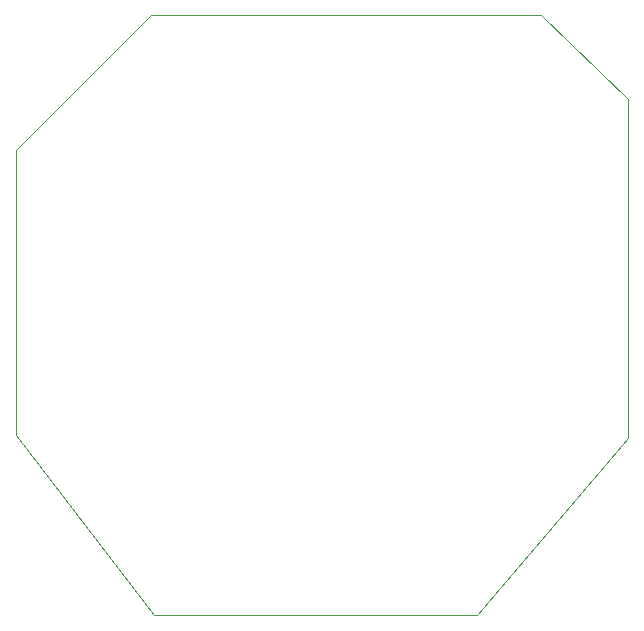
<source format=gbr>
%TF.GenerationSoftware,KiCad,Pcbnew,(6.0.2)*%
%TF.CreationDate,2022-05-06T18:14:28+01:00*%
%TF.ProjectId,o-board,6f2d626f-6172-4642-9e6b-696361645f70,rev?*%
%TF.SameCoordinates,Original*%
%TF.FileFunction,Profile,NP*%
%FSLAX46Y46*%
G04 Gerber Fmt 4.6, Leading zero omitted, Abs format (unit mm)*
G04 Created by KiCad (PCBNEW (6.0.2)) date 2022-05-06 18:14:28*
%MOMM*%
%LPD*%
G01*
G04 APERTURE LIST*
%TA.AperFunction,Profile*%
%ADD10C,0.100000*%
%TD*%
G04 APERTURE END LIST*
D10*
X51816000Y43942000D02*
X51816000Y15240000D01*
X51816000Y15240000D02*
X39001746Y254000D01*
X39001746Y254000D02*
X11684000Y254000D01*
X11684000Y254000D02*
X0Y15494000D01*
X0Y15494000D02*
X0Y39624000D01*
X0Y39624000D02*
X11430000Y51054000D01*
X11430000Y51054000D02*
X44450000Y51054000D01*
X44450000Y51054000D02*
X51816000Y43942000D01*
M02*

</source>
